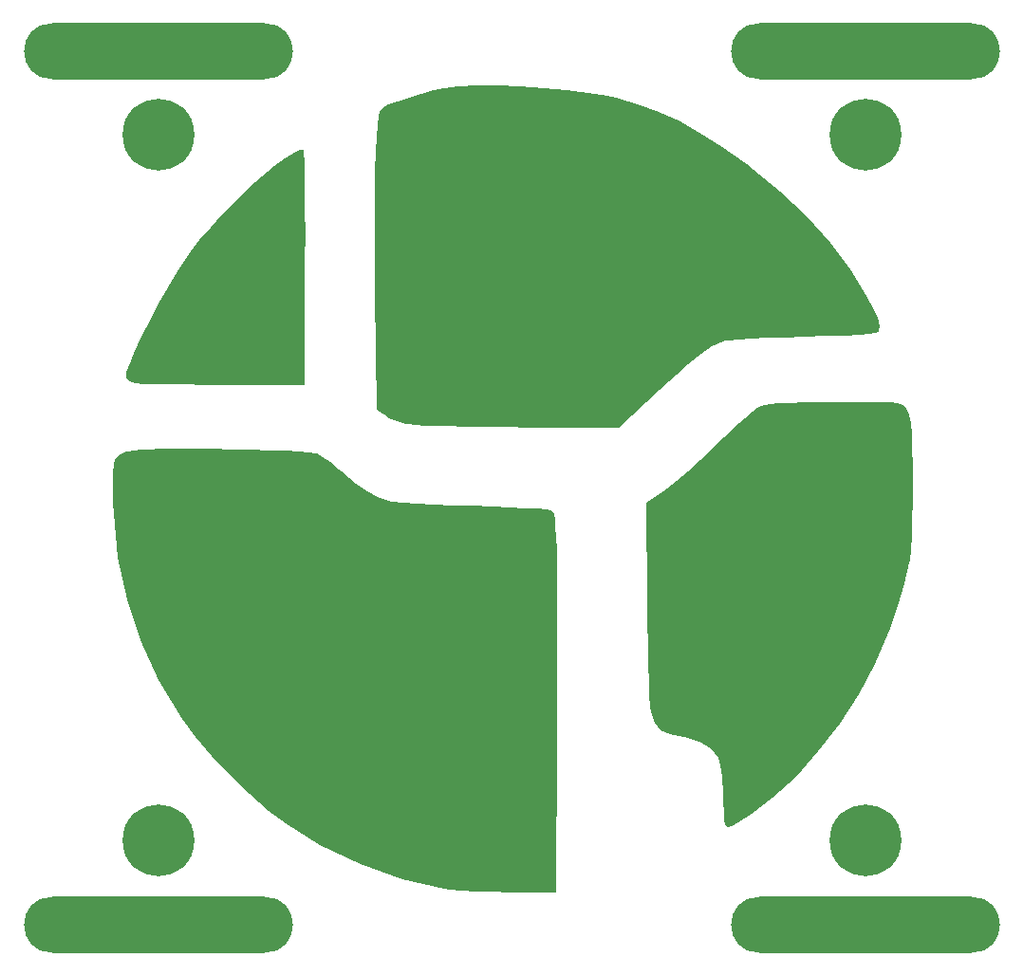
<source format=gbr>
%TF.GenerationSoftware,KiCad,Pcbnew,(6.0.0)*%
%TF.CreationDate,2022-06-20T09:58:44+02:00*%
%TF.ProjectId,bottom_plate_pcb,626f7474-6f6d-45f7-906c-6174655f7063,rev?*%
%TF.SameCoordinates,Original*%
%TF.FileFunction,Soldermask,Top*%
%TF.FilePolarity,Negative*%
%FSLAX46Y46*%
G04 Gerber Fmt 4.6, Leading zero omitted, Abs format (unit mm)*
G04 Created by KiCad (PCBNEW (6.0.0)) date 2022-06-20 09:58:44*
%MOMM*%
%LPD*%
G01*
G04 APERTURE LIST*
%ADD10C,2.000000*%
%ADD11C,0.800000*%
%ADD12C,6.400000*%
%ADD13O,24.000000X5.000000*%
G04 APERTURE END LIST*
%TO.C,G\u002A\u002A\u002A*%
G36*
X162906891Y-91328314D02*
G01*
X163795977Y-91376465D01*
X164427769Y-91466417D01*
X164854441Y-91606714D01*
X165128169Y-91805897D01*
X165301126Y-92072512D01*
X165425488Y-92415099D01*
X165463739Y-92542833D01*
X165573381Y-93173772D01*
X165658784Y-94183350D01*
X165720033Y-95484786D01*
X165757214Y-96991300D01*
X165770414Y-98616111D01*
X165759719Y-100272438D01*
X165725216Y-101873500D01*
X165666990Y-103332516D01*
X165585129Y-104562707D01*
X165479717Y-105477290D01*
X165450710Y-105641284D01*
X165009971Y-107504319D01*
X164389239Y-109591299D01*
X163647793Y-111726222D01*
X162844908Y-113733084D01*
X162381481Y-114754347D01*
X160942804Y-117433762D01*
X159242638Y-120048899D01*
X157347888Y-122518552D01*
X155325461Y-124761512D01*
X153242261Y-126696573D01*
X151390798Y-128094363D01*
X150425362Y-128723359D01*
X149768939Y-129101476D01*
X149355053Y-129253911D01*
X149117231Y-129205858D01*
X148995452Y-129002294D01*
X148948173Y-128658639D01*
X148898166Y-127961156D01*
X148852367Y-127021970D01*
X148826044Y-126264220D01*
X148744972Y-124829008D01*
X148599445Y-123759510D01*
X148407223Y-123127048D01*
X147724997Y-122267006D01*
X146697414Y-121628294D01*
X145414003Y-121264675D01*
X145273568Y-121245329D01*
X144065883Y-121006318D01*
X143235639Y-120604637D01*
X142705666Y-119980262D01*
X142398794Y-119073169D01*
X142383673Y-118997529D01*
X142326632Y-118482312D01*
X142269782Y-117562199D01*
X142215120Y-116298349D01*
X142164646Y-114751917D01*
X142120358Y-112984061D01*
X142084253Y-111055937D01*
X142058515Y-109047332D01*
X141972615Y-100335948D01*
X143268417Y-99509362D01*
X143851338Y-99079778D01*
X144683249Y-98388652D01*
X145685144Y-97505537D01*
X146778015Y-96499987D01*
X147826605Y-95496557D01*
X148890989Y-94474995D01*
X149897649Y-93541848D01*
X150779176Y-92757084D01*
X151468163Y-92180674D01*
X151897204Y-91872586D01*
X151904587Y-91868532D01*
X152213632Y-91725053D01*
X152587607Y-91613867D01*
X153090605Y-91529667D01*
X153786721Y-91467142D01*
X154740049Y-91420985D01*
X156014683Y-91385886D01*
X157674716Y-91356537D01*
X158174123Y-91349239D01*
X160148139Y-91323244D01*
X161708336Y-91313421D01*
X162906891Y-91328314D01*
G37*
G36*
X111379563Y-68868004D02*
G01*
X111428338Y-69147581D01*
X111469330Y-69857664D01*
X111502018Y-70962761D01*
X111525878Y-72427380D01*
X111540390Y-74216031D01*
X111545031Y-76293219D01*
X111539279Y-78623454D01*
X111535024Y-79439795D01*
X111474311Y-89795413D01*
X104366972Y-89795413D01*
X102552419Y-89791654D01*
X100854865Y-89781017D01*
X99339742Y-89764467D01*
X98072480Y-89742964D01*
X97118508Y-89717472D01*
X96543257Y-89688954D01*
X96446682Y-89678899D01*
X95824265Y-89487123D01*
X95561585Y-89184926D01*
X95619893Y-88684066D01*
X95892649Y-87854630D01*
X96346217Y-86762583D01*
X96946959Y-85473887D01*
X97661238Y-84054506D01*
X98455416Y-82570403D01*
X99295856Y-81087542D01*
X100148920Y-79671886D01*
X100980972Y-78389398D01*
X101305090Y-77921814D01*
X102110029Y-76871122D01*
X103083426Y-75735329D01*
X104176653Y-74558138D01*
X105341081Y-73383250D01*
X106528081Y-72254367D01*
X107689024Y-71215193D01*
X108775282Y-70309428D01*
X109738225Y-69580775D01*
X110529225Y-69072937D01*
X111099652Y-68829615D01*
X111379563Y-68868004D01*
G37*
G36*
X130750570Y-63169885D02*
G01*
X132850842Y-63296162D01*
X134906493Y-63480281D01*
X136816946Y-63716842D01*
X138481622Y-64000448D01*
X139256023Y-64174537D01*
X141227036Y-64734599D01*
X143076789Y-65408321D01*
X144888412Y-66238970D01*
X146745034Y-67269818D01*
X148729785Y-68544135D01*
X150925795Y-70105191D01*
X151567787Y-70583000D01*
X153954410Y-72544774D01*
X156252188Y-74760107D01*
X158367136Y-77125527D01*
X160205266Y-79537561D01*
X161398957Y-81406422D01*
X162146399Y-82772300D01*
X162609146Y-83806637D01*
X162797305Y-84538859D01*
X162720983Y-84998396D01*
X162659452Y-85076453D01*
X162413014Y-85175181D01*
X161863631Y-85260673D01*
X160978546Y-85335081D01*
X159725001Y-85400560D01*
X158070240Y-85459261D01*
X156029667Y-85512246D01*
X154319604Y-85559057D01*
X152731120Y-85617409D01*
X151333319Y-85683591D01*
X150195305Y-85753892D01*
X149386184Y-85824599D01*
X148978129Y-85890974D01*
X148394337Y-86105951D01*
X147835379Y-86375279D01*
X147242540Y-86743056D01*
X146557104Y-87253384D01*
X145720355Y-87950360D01*
X144673575Y-88878085D01*
X143358050Y-90080657D01*
X143175329Y-90249232D01*
X139502209Y-93640367D01*
X131546976Y-93606880D01*
X129566659Y-93593800D01*
X127648867Y-93572272D01*
X125865605Y-93543761D01*
X124288881Y-93509734D01*
X122990700Y-93471656D01*
X122043069Y-93430994D01*
X121670742Y-93405795D01*
X120525949Y-93268679D01*
X119696916Y-93066398D01*
X119034005Y-92758544D01*
X118853314Y-92644971D01*
X117956888Y-92051744D01*
X117807572Y-81602477D01*
X117766962Y-78257782D01*
X117747937Y-75354057D01*
X117751519Y-72866671D01*
X117778729Y-70770993D01*
X117830588Y-69042391D01*
X117908117Y-67656234D01*
X118012338Y-66587892D01*
X118144271Y-65812732D01*
X118304939Y-65306125D01*
X118494087Y-65044367D01*
X118967065Y-64804295D01*
X119776620Y-64496975D01*
X120805031Y-64159176D01*
X121934575Y-63827670D01*
X123047531Y-63539229D01*
X123914833Y-63351149D01*
X125187808Y-63192081D01*
X126818475Y-63112447D01*
X128706255Y-63106848D01*
X130750570Y-63169885D01*
G37*
G36*
X103265924Y-95524982D02*
G01*
X104999154Y-95552110D01*
X106712444Y-95591018D01*
X108335559Y-95640274D01*
X109798261Y-95698444D01*
X111030318Y-95764097D01*
X111961491Y-95835798D01*
X112521546Y-95912114D01*
X112617195Y-95939776D01*
X113104188Y-96221937D01*
X113804740Y-96726631D01*
X114590581Y-97359592D01*
X114830956Y-97566680D01*
X116061410Y-98593278D01*
X117094929Y-99326774D01*
X118033499Y-99831634D01*
X118931192Y-100158518D01*
X119418084Y-100239081D01*
X120305853Y-100323771D01*
X121529392Y-100408600D01*
X123023595Y-100489581D01*
X124723355Y-100562727D01*
X126504587Y-100622353D01*
X128232868Y-100677275D01*
X129820319Y-100737102D01*
X131203988Y-100798714D01*
X132320924Y-100858994D01*
X133108176Y-100914826D01*
X133502793Y-100963090D01*
X133525717Y-100970076D01*
X133639167Y-101088406D01*
X133737609Y-101361536D01*
X133821642Y-101815543D01*
X133891864Y-102476507D01*
X133948874Y-103370505D01*
X133993270Y-104523616D01*
X134025651Y-105961919D01*
X134046614Y-107711492D01*
X134056758Y-109798413D01*
X134056682Y-112248760D01*
X134046984Y-115088613D01*
X134028263Y-118344049D01*
X134003192Y-121778440D01*
X133898278Y-135119266D01*
X129793634Y-135095376D01*
X128302162Y-135069782D01*
X126828925Y-135014472D01*
X125496936Y-134936167D01*
X124429212Y-134841590D01*
X123941284Y-134775610D01*
X120191940Y-133909233D01*
X116494960Y-132595928D01*
X112896787Y-130854784D01*
X109847473Y-128982784D01*
X108285507Y-127808142D01*
X106592281Y-126340472D01*
X104872998Y-124686079D01*
X103232860Y-122951265D01*
X101777071Y-121242335D01*
X100610834Y-119665593D01*
X100578072Y-119616399D01*
X98500804Y-116139330D01*
X96868229Y-112621846D01*
X95661304Y-109004540D01*
X94860985Y-105228009D01*
X94448231Y-101232849D01*
X94409473Y-100373543D01*
X94362806Y-98823456D01*
X94370834Y-97673926D01*
X94465634Y-96860003D01*
X94679281Y-96316738D01*
X95043851Y-95979183D01*
X95591420Y-95782388D01*
X96354064Y-95661403D01*
X96758916Y-95616213D01*
X97538313Y-95562941D01*
X98648948Y-95528615D01*
X100020585Y-95511802D01*
X101582989Y-95511069D01*
X103265924Y-95524982D01*
G37*
%TD*%
D10*
%TO.C,TP4*%
X152000000Y-98000000D03*
%TD*%
D11*
%TO.C,REF\u002A\u002A*%
X98500000Y-128100000D03*
X96100000Y-130500000D03*
X96802944Y-132197056D03*
X96802944Y-128802944D03*
X98500000Y-132900000D03*
X100900000Y-130500000D03*
X100197056Y-132197056D03*
X100197056Y-128802944D03*
D12*
X98500000Y-130500000D03*
%TD*%
D13*
%TO.C,J4*%
X98500000Y-60000000D03*
%TD*%
D11*
%TO.C,REF\u002A\u002A*%
X159802944Y-132197056D03*
X161500000Y-132900000D03*
X159802944Y-128802944D03*
X163900000Y-130500000D03*
X163197056Y-128802944D03*
X159100000Y-130500000D03*
X163197056Y-132197056D03*
D12*
X161500000Y-130500000D03*
D11*
X161500000Y-128100000D03*
%TD*%
D10*
%TO.C,TP2*%
X116000000Y-117000000D03*
%TD*%
D11*
%TO.C,REF\u002A\u002A*%
X161500000Y-69900000D03*
X159802944Y-69197056D03*
X163197056Y-69197056D03*
X161500000Y-65100000D03*
D12*
X161500000Y-67500000D03*
D11*
X159802944Y-65802944D03*
X163197056Y-65802944D03*
X163900000Y-67500000D03*
X159100000Y-67500000D03*
%TD*%
D13*
%TO.C,J3*%
X161500000Y-60000000D03*
%TD*%
D10*
%TO.C,TP1*%
X129000000Y-117000000D03*
%TD*%
D12*
%TO.C,REF\u002A\u002A*%
X98500000Y-67500000D03*
D11*
X100197056Y-65802944D03*
X98500000Y-69900000D03*
X96100000Y-67500000D03*
X100900000Y-67500000D03*
X100197056Y-69197056D03*
X96802944Y-65802944D03*
X98500000Y-65100000D03*
X96802944Y-69197056D03*
%TD*%
D13*
%TO.C,J2*%
X98500000Y-138000000D03*
%TD*%
D10*
%TO.C,TP6*%
X147000000Y-82000000D03*
%TD*%
%TO.C,TP3*%
X108000000Y-100000000D03*
%TD*%
D13*
%TO.C,J1*%
X161500000Y-138000000D03*
%TD*%
D10*
%TO.C,TP5*%
X109000000Y-82000000D03*
%TD*%
M02*

</source>
